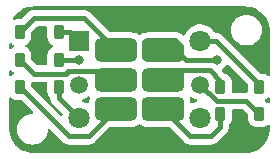
<source format=gbl>
G04 #@! TF.GenerationSoftware,KiCad,Pcbnew,7.0.7*
G04 #@! TF.CreationDate,2023-09-18T19:37:29-04:00*
G04 #@! TF.ProjectId,Nav Switch Mount,4e617620-5377-4697-9463-68204d6f756e,rev?*
G04 #@! TF.SameCoordinates,Original*
G04 #@! TF.FileFunction,Copper,L2,Bot*
G04 #@! TF.FilePolarity,Positive*
%FSLAX46Y46*%
G04 Gerber Fmt 4.6, Leading zero omitted, Abs format (unit mm)*
G04 Created by KiCad (PCBNEW 7.0.7) date 2023-09-18 19:37:29*
%MOMM*%
%LPD*%
G01*
G04 APERTURE LIST*
G04 Aperture macros list*
%AMRoundRect*
0 Rectangle with rounded corners*
0 $1 Rounding radius*
0 $2 $3 $4 $5 $6 $7 $8 $9 X,Y pos of 4 corners*
0 Add a 4 corners polygon primitive as box body*
4,1,4,$2,$3,$4,$5,$6,$7,$8,$9,$2,$3,0*
0 Add four circle primitives for the rounded corners*
1,1,$1+$1,$2,$3*
1,1,$1+$1,$4,$5*
1,1,$1+$1,$6,$7*
1,1,$1+$1,$8,$9*
0 Add four rect primitives between the rounded corners*
20,1,$1+$1,$2,$3,$4,$5,0*
20,1,$1+$1,$4,$5,$6,$7,0*
20,1,$1+$1,$6,$7,$8,$9,0*
20,1,$1+$1,$8,$9,$2,$3,0*%
%AMFreePoly0*
4,1,24,-1.800000,0.500000,-1.788573,0.606283,-1.738839,0.739624,-1.653553,0.853553,-1.539624,0.938839,-1.406283,0.988573,-1.300000,1.000000,1.300000,1.000000,1.406283,0.988573,1.539624,0.938839,1.653553,0.853553,1.738839,0.739624,1.788573,0.606283,1.800000,0.500000,1.800000,-0.500000,1.788573,-0.606283,1.738839,-0.739624,1.653553,-0.853553,1.539624,-0.938839,1.406283,-0.988573,
1.300000,-1.000000,-1.200000,-1.000000,-1.800000,-0.400000,-1.800000,0.500000,-1.800000,0.500000,$1*%
G04 Aperture macros list end*
G04 #@! TA.AperFunction,ComponentPad*
%ADD10R,1.800000X1.800000*%
G04 #@! TD*
G04 #@! TA.AperFunction,ComponentPad*
%ADD11C,1.508000*%
G04 #@! TD*
G04 #@! TA.AperFunction,ComponentPad*
%ADD12C,1.800000*%
G04 #@! TD*
G04 #@! TA.AperFunction,SMDPad,CuDef*
%ADD13RoundRect,0.500000X1.300000X0.500000X-1.300000X0.500000X-1.300000X-0.500000X1.300000X-0.500000X0*%
G04 #@! TD*
G04 #@! TA.AperFunction,SMDPad,CuDef*
%ADD14RoundRect,0.400000X1.400000X0.600000X-1.400000X0.600000X-1.400000X-0.600000X1.400000X-0.600000X0*%
G04 #@! TD*
G04 #@! TA.AperFunction,SMDPad,CuDef*
%ADD15FreePoly0,180.000000*%
G04 #@! TD*
G04 #@! TA.AperFunction,SMDPad,CuDef*
%ADD16RoundRect,0.225000X0.225000X0.375000X-0.225000X0.375000X-0.225000X-0.375000X0.225000X-0.375000X0*%
G04 #@! TD*
G04 #@! TA.AperFunction,ViaPad*
%ADD17C,0.800000*%
G04 #@! TD*
G04 #@! TA.AperFunction,Conductor*
%ADD18C,0.400000*%
G04 #@! TD*
G04 APERTURE END LIST*
D10*
X153900000Y-48725000D03*
D11*
X153900000Y-52425000D03*
D12*
X153900000Y-55225000D03*
X164200000Y-55225000D03*
D11*
X164200000Y-52425000D03*
D12*
X164200000Y-48725000D03*
D13*
X157050000Y-49500000D03*
X157050000Y-52000000D03*
X157050000Y-54500000D03*
D14*
X161050000Y-54500000D03*
D13*
X161050000Y-52000000D03*
D15*
X161050000Y-49500000D03*
D16*
X152200000Y-52600000D03*
X148900000Y-52600000D03*
X152200000Y-50300000D03*
X148900000Y-50300000D03*
X169200000Y-52600000D03*
X165900000Y-52600000D03*
X169200000Y-54900000D03*
X165900000Y-54900000D03*
X152200000Y-48000000D03*
X148900000Y-48000000D03*
D17*
X153900000Y-50300000D03*
X165600000Y-50300000D03*
D18*
X152200000Y-48000000D02*
X153175000Y-48000000D01*
X153175000Y-48000000D02*
X153900000Y-48725000D01*
X150100000Y-46800000D02*
X154350000Y-46800000D01*
X148900000Y-48000000D02*
X150100000Y-46800000D01*
X154350000Y-46800000D02*
X157050000Y-49500000D01*
X153900000Y-50300000D02*
X152200000Y-50300000D01*
X153029000Y-51271000D02*
X156321000Y-51271000D01*
X152800000Y-51500000D02*
X153029000Y-51271000D01*
X150100000Y-51500000D02*
X152800000Y-51500000D01*
X148900000Y-50300000D02*
X150100000Y-51500000D01*
X153900000Y-55225000D02*
X152200000Y-53525000D01*
X152200000Y-53525000D02*
X152200000Y-52600000D01*
X154750000Y-56800000D02*
X157050000Y-54500000D01*
X153100000Y-56800000D02*
X154750000Y-56800000D01*
X148900000Y-52600000D02*
X153100000Y-56800000D01*
X165575000Y-53800000D02*
X168100000Y-53800000D01*
X168100000Y-53800000D02*
X169200000Y-54900000D01*
X164200000Y-52425000D02*
X165575000Y-53800000D01*
X161050000Y-54500000D02*
X163350000Y-56800000D01*
X165900000Y-56000000D02*
X165900000Y-54900000D01*
X163350000Y-56800000D02*
X165100000Y-56800000D01*
X165100000Y-56800000D02*
X165900000Y-56000000D01*
X165525000Y-48725000D02*
X169200000Y-52400000D01*
X164200000Y-48725000D02*
X165525000Y-48725000D01*
X165021000Y-51221000D02*
X165900000Y-52100000D01*
X161829000Y-51221000D02*
X165021000Y-51221000D01*
X165900000Y-52100000D02*
X165900000Y-52600000D01*
X162950000Y-50300000D02*
X162400000Y-49750000D01*
X165600000Y-50300000D02*
X162950000Y-50300000D01*
G04 #@! TA.AperFunction,NonConductor*
G36*
X148205703Y-48932161D02*
G01*
X148212181Y-48938193D01*
X148221955Y-48947967D01*
X148221959Y-48947970D01*
X148366302Y-49037003D01*
X148367621Y-49037618D01*
X148368373Y-49038280D01*
X148372450Y-49040795D01*
X148372020Y-49041491D01*
X148420061Y-49083790D01*
X148439213Y-49150983D01*
X148418998Y-49217864D01*
X148372045Y-49258548D01*
X148372450Y-49259205D01*
X148368415Y-49261693D01*
X148367621Y-49262382D01*
X148366302Y-49262996D01*
X148221959Y-49352029D01*
X148221953Y-49352033D01*
X148212178Y-49361809D01*
X148150854Y-49395292D01*
X148081163Y-49390305D01*
X148025230Y-49348432D01*
X148000816Y-49282967D01*
X148000500Y-49274125D01*
X148000500Y-49025874D01*
X148020185Y-48958835D01*
X148072989Y-48913080D01*
X148142147Y-48903136D01*
X148205703Y-48932161D01*
G37*
G04 #@! TD.AperFunction*
G04 #@! TA.AperFunction,NonConductor*
G36*
X151192539Y-47520185D02*
G01*
X151238294Y-47572989D01*
X151249500Y-47624500D01*
X151249500Y-48423337D01*
X151249501Y-48423355D01*
X151259650Y-48522707D01*
X151259651Y-48522710D01*
X151312996Y-48683694D01*
X151313001Y-48683705D01*
X151402029Y-48828040D01*
X151402032Y-48828044D01*
X151521955Y-48947967D01*
X151521959Y-48947970D01*
X151666302Y-49037003D01*
X151667621Y-49037618D01*
X151668373Y-49038280D01*
X151672450Y-49040795D01*
X151672020Y-49041491D01*
X151720061Y-49083790D01*
X151739213Y-49150983D01*
X151718998Y-49217864D01*
X151672045Y-49258548D01*
X151672450Y-49259205D01*
X151668415Y-49261693D01*
X151667621Y-49262382D01*
X151666302Y-49262996D01*
X151521959Y-49352029D01*
X151521955Y-49352032D01*
X151402032Y-49471955D01*
X151402029Y-49471959D01*
X151313001Y-49616294D01*
X151312996Y-49616305D01*
X151259651Y-49777290D01*
X151249500Y-49876647D01*
X151249500Y-49876655D01*
X151249500Y-50296161D01*
X151249501Y-50675500D01*
X151229817Y-50742539D01*
X151177013Y-50788294D01*
X151125501Y-50799500D01*
X150441519Y-50799500D01*
X150374480Y-50779815D01*
X150353838Y-50763181D01*
X149886818Y-50296161D01*
X149853333Y-50234838D01*
X149850499Y-50208480D01*
X149850499Y-49876662D01*
X149850498Y-49876644D01*
X149840349Y-49777292D01*
X149840348Y-49777289D01*
X149787003Y-49616303D01*
X149786999Y-49616297D01*
X149786998Y-49616294D01*
X149697970Y-49471959D01*
X149697967Y-49471955D01*
X149578044Y-49352032D01*
X149578040Y-49352029D01*
X149433704Y-49263001D01*
X149433701Y-49263000D01*
X149433697Y-49262997D01*
X149433691Y-49262995D01*
X149432383Y-49262385D01*
X149431628Y-49261720D01*
X149427550Y-49259205D01*
X149427979Y-49258508D01*
X149379942Y-49216215D01*
X149360786Y-49149023D01*
X149380998Y-49082141D01*
X149427955Y-49041451D01*
X149427550Y-49040795D01*
X149431586Y-49038305D01*
X149432383Y-49037615D01*
X149433684Y-49037007D01*
X149433697Y-49037003D01*
X149578044Y-48947968D01*
X149697968Y-48828044D01*
X149787003Y-48683697D01*
X149840349Y-48522708D01*
X149850500Y-48423345D01*
X149850499Y-48091517D01*
X149870183Y-48024479D01*
X149886813Y-48003842D01*
X150353837Y-47536819D01*
X150415161Y-47503334D01*
X150441519Y-47500500D01*
X151125500Y-47500500D01*
X151192539Y-47520185D01*
G37*
G04 #@! TD.AperFunction*
G04 #@! TA.AperFunction,NonConductor*
G36*
X148205703Y-51232161D02*
G01*
X148212181Y-51238193D01*
X148221955Y-51247967D01*
X148221959Y-51247970D01*
X148366302Y-51337003D01*
X148367621Y-51337618D01*
X148368373Y-51338280D01*
X148372450Y-51340795D01*
X148372020Y-51341491D01*
X148420061Y-51383790D01*
X148439213Y-51450983D01*
X148418998Y-51517864D01*
X148372045Y-51558548D01*
X148372450Y-51559205D01*
X148368415Y-51561693D01*
X148367621Y-51562382D01*
X148366302Y-51562996D01*
X148221959Y-51652029D01*
X148221953Y-51652033D01*
X148212178Y-51661809D01*
X148150854Y-51695292D01*
X148081163Y-51690305D01*
X148025230Y-51648432D01*
X148000816Y-51582967D01*
X148000500Y-51574125D01*
X148000500Y-51325874D01*
X148020185Y-51258835D01*
X148072989Y-51213080D01*
X148142147Y-51203136D01*
X148205703Y-51232161D01*
G37*
G04 #@! TD.AperFunction*
G04 #@! TA.AperFunction,NonConductor*
G36*
X168002025Y-45800632D02*
G01*
X168269993Y-45818196D01*
X168278022Y-45819254D01*
X168539405Y-45871246D01*
X168547231Y-45873342D01*
X168799588Y-45959006D01*
X168807082Y-45962109D01*
X169046107Y-46079983D01*
X169053129Y-46084038D01*
X169274717Y-46232098D01*
X169281145Y-46237030D01*
X169481512Y-46412746D01*
X169487251Y-46418485D01*
X169662967Y-46618852D01*
X169667903Y-46625284D01*
X169722964Y-46707689D01*
X169815960Y-46846868D01*
X169820019Y-46853898D01*
X169937887Y-47092910D01*
X169940993Y-47100411D01*
X169956899Y-47147267D01*
X170017061Y-47324500D01*
X170026653Y-47352755D01*
X170028754Y-47360598D01*
X170080744Y-47621970D01*
X170081804Y-47630019D01*
X170096999Y-47861847D01*
X170099367Y-47897964D01*
X170099500Y-47902021D01*
X170099500Y-51574126D01*
X170079815Y-51641165D01*
X170027011Y-51686920D01*
X169957853Y-51696864D01*
X169894297Y-51667839D01*
X169887819Y-51661807D01*
X169878044Y-51652032D01*
X169878040Y-51652029D01*
X169733705Y-51563001D01*
X169733699Y-51562998D01*
X169733697Y-51562997D01*
X169641880Y-51532572D01*
X169572709Y-51509651D01*
X169473352Y-51499500D01*
X169473345Y-51499500D01*
X169341519Y-51499500D01*
X169274480Y-51479815D01*
X169253838Y-51463181D01*
X167667301Y-49876644D01*
X166036598Y-48245941D01*
X166034064Y-48243250D01*
X165992929Y-48196817D01*
X165992928Y-48196816D01*
X165992924Y-48196812D01*
X165941896Y-48161591D01*
X165938887Y-48159377D01*
X165890060Y-48121124D01*
X165890055Y-48121120D01*
X165880813Y-48116961D01*
X165861266Y-48105936D01*
X165852931Y-48100183D01*
X165852932Y-48100183D01*
X165852930Y-48100182D01*
X165794941Y-48078189D01*
X165791490Y-48076759D01*
X165734930Y-48051304D01*
X165724946Y-48049474D01*
X165703343Y-48043451D01*
X165693874Y-48039860D01*
X165693870Y-48039859D01*
X165632313Y-48032384D01*
X165628612Y-48031821D01*
X165567608Y-48020642D01*
X165567603Y-48020642D01*
X165505697Y-48024387D01*
X165501952Y-48024500D01*
X165482351Y-48024500D01*
X165415312Y-48004815D01*
X165378542Y-47968321D01*
X165308983Y-47861852D01*
X165308980Y-47861849D01*
X165308979Y-47861847D01*
X165252046Y-47800001D01*
X166794532Y-47800001D01*
X166813835Y-48020642D01*
X166814365Y-48026692D01*
X166824666Y-48065136D01*
X166873258Y-48246488D01*
X166873261Y-48246497D01*
X166969431Y-48452732D01*
X166969432Y-48452734D01*
X167099954Y-48639141D01*
X167260858Y-48800045D01*
X167300845Y-48828044D01*
X167447266Y-48930568D01*
X167653504Y-49026739D01*
X167873308Y-49085635D01*
X168043216Y-49100500D01*
X168156784Y-49100500D01*
X168326692Y-49085635D01*
X168546496Y-49026739D01*
X168752734Y-48930568D01*
X168939139Y-48800047D01*
X169100047Y-48639139D01*
X169230568Y-48452734D01*
X169326739Y-48246496D01*
X169385635Y-48026692D01*
X169405468Y-47800000D01*
X169385635Y-47573308D01*
X169326739Y-47353504D01*
X169230568Y-47147266D01*
X169100047Y-46960861D01*
X169100045Y-46960858D01*
X168939141Y-46799954D01*
X168752734Y-46669432D01*
X168752732Y-46669431D01*
X168546497Y-46573261D01*
X168546488Y-46573258D01*
X168326697Y-46514366D01*
X168326687Y-46514364D01*
X168156784Y-46499500D01*
X168043216Y-46499500D01*
X167873312Y-46514364D01*
X167873302Y-46514366D01*
X167653511Y-46573258D01*
X167653502Y-46573261D01*
X167447267Y-46669431D01*
X167447265Y-46669432D01*
X167260858Y-46799954D01*
X167099954Y-46960858D01*
X166969432Y-47147265D01*
X166969431Y-47147267D01*
X166873261Y-47353502D01*
X166873258Y-47353511D01*
X166814366Y-47573302D01*
X166814364Y-47573313D01*
X166794532Y-47799998D01*
X166794532Y-47800001D01*
X165252046Y-47800001D01*
X165151784Y-47691087D01*
X165151779Y-47691083D01*
X165151777Y-47691081D01*
X164968634Y-47548535D01*
X164968628Y-47548531D01*
X164764504Y-47438064D01*
X164764495Y-47438061D01*
X164544984Y-47362702D01*
X164373282Y-47334050D01*
X164316049Y-47324500D01*
X164083951Y-47324500D01*
X164038164Y-47332140D01*
X163855015Y-47362702D01*
X163635504Y-47438061D01*
X163635495Y-47438064D01*
X163431371Y-47548531D01*
X163431365Y-47548535D01*
X163248222Y-47691081D01*
X163248219Y-47691084D01*
X163091016Y-47861852D01*
X162964076Y-48056149D01*
X162899741Y-48202819D01*
X162854785Y-48256304D01*
X162788048Y-48276994D01*
X162720721Y-48258319D01*
X162698504Y-48240689D01*
X162574932Y-48117117D01*
X162574922Y-48117108D01*
X162508017Y-48065136D01*
X162427586Y-48031821D01*
X162375050Y-48010060D01*
X162290977Y-47999500D01*
X159691964Y-47999501D01*
X159662727Y-48002100D01*
X159572584Y-48010113D01*
X159376954Y-48066089D01*
X159196591Y-48160303D01*
X159128360Y-48215938D01*
X159063964Y-48243046D01*
X158995134Y-48231036D01*
X158971640Y-48215938D01*
X158903408Y-48160303D01*
X158903407Y-48160302D01*
X158723049Y-48066091D01*
X158723048Y-48066090D01*
X158723045Y-48066089D01*
X158585366Y-48026695D01*
X158527418Y-48010114D01*
X158527415Y-48010113D01*
X158527413Y-48010113D01*
X158436983Y-48002073D01*
X158408037Y-47999500D01*
X158408035Y-47999500D01*
X156591519Y-47999500D01*
X156524480Y-47979815D01*
X156503838Y-47963181D01*
X155687922Y-47147265D01*
X154861598Y-46320941D01*
X154859064Y-46318250D01*
X154817929Y-46271817D01*
X154817928Y-46271816D01*
X154817924Y-46271812D01*
X154766896Y-46236591D01*
X154763887Y-46234377D01*
X154715060Y-46196124D01*
X154715055Y-46196120D01*
X154705813Y-46191961D01*
X154686266Y-46180936D01*
X154677931Y-46175183D01*
X154677932Y-46175183D01*
X154677930Y-46175182D01*
X154619941Y-46153189D01*
X154616490Y-46151759D01*
X154559930Y-46126304D01*
X154549946Y-46124474D01*
X154528343Y-46118451D01*
X154518874Y-46114860D01*
X154518870Y-46114859D01*
X154457313Y-46107384D01*
X154453612Y-46106821D01*
X154392608Y-46095642D01*
X154392603Y-46095642D01*
X154330697Y-46099387D01*
X154326952Y-46099500D01*
X150123037Y-46099500D01*
X150119293Y-46099387D01*
X150057397Y-46095643D01*
X150057390Y-46095643D01*
X149996402Y-46106819D01*
X149992701Y-46107382D01*
X149931125Y-46114860D01*
X149921642Y-46118456D01*
X149900038Y-46124478D01*
X149898535Y-46124754D01*
X149890065Y-46126306D01*
X149890063Y-46126307D01*
X149833527Y-46151752D01*
X149830069Y-46153184D01*
X149772069Y-46175182D01*
X149763724Y-46180942D01*
X149744183Y-46191964D01*
X149734944Y-46196122D01*
X149734939Y-46196125D01*
X149686121Y-46234370D01*
X149683106Y-46236589D01*
X149632072Y-46271816D01*
X149632065Y-46271822D01*
X149590942Y-46318240D01*
X149588375Y-46320966D01*
X149046160Y-46863181D01*
X148984837Y-46896666D01*
X148958479Y-46899500D01*
X148626663Y-46899500D01*
X148626644Y-46899501D01*
X148527292Y-46909650D01*
X148527287Y-46909651D01*
X148503635Y-46917489D01*
X148433806Y-46919889D01*
X148373766Y-46884156D01*
X148342575Y-46821634D01*
X148350137Y-46752175D01*
X148361527Y-46730898D01*
X148432103Y-46625274D01*
X148437024Y-46618861D01*
X148612755Y-46418477D01*
X148618477Y-46412755D01*
X148818861Y-46237024D01*
X148825274Y-46232103D01*
X149046876Y-46084034D01*
X149053886Y-46079986D01*
X149292922Y-45962106D01*
X149300405Y-45959008D01*
X149552772Y-45873341D01*
X149560590Y-45871247D01*
X149821979Y-45819253D01*
X149830004Y-45818196D01*
X150097974Y-45800632D01*
X150102023Y-45800500D01*
X150126929Y-45800500D01*
X167973071Y-45800500D01*
X167997977Y-45800500D01*
X168002025Y-45800632D01*
G37*
G04 #@! TD.AperFunction*
G04 #@! TA.AperFunction,NonConductor*
G36*
X166548881Y-50740778D02*
G01*
X166559912Y-50750569D01*
X168213181Y-52403838D01*
X168246666Y-52465161D01*
X168249500Y-52491519D01*
X168249500Y-52972449D01*
X168229815Y-53039488D01*
X168177011Y-53085243D01*
X168132990Y-53096223D01*
X168080698Y-53099387D01*
X168076953Y-53099500D01*
X166974500Y-53099500D01*
X166907461Y-53079815D01*
X166861706Y-53027011D01*
X166850500Y-52975500D01*
X166850499Y-52176662D01*
X166850498Y-52176644D01*
X166840349Y-52077292D01*
X166840348Y-52077289D01*
X166787003Y-51916303D01*
X166786999Y-51916297D01*
X166786998Y-51916294D01*
X166697970Y-51771959D01*
X166697967Y-51771955D01*
X166578044Y-51652032D01*
X166578040Y-51652029D01*
X166433705Y-51563001D01*
X166433699Y-51562998D01*
X166433697Y-51562997D01*
X166341880Y-51532572D01*
X166293204Y-51502547D01*
X166052340Y-51261683D01*
X166018855Y-51200360D01*
X166023839Y-51130668D01*
X166065711Y-51074735D01*
X166067093Y-51073715D01*
X166205871Y-50972888D01*
X166332533Y-50832216D01*
X166364844Y-50776250D01*
X166415409Y-50728035D01*
X166484016Y-50714811D01*
X166548881Y-50740778D01*
G37*
G04 #@! TD.AperFunction*
G04 #@! TA.AperFunction,NonConductor*
G36*
X170018834Y-53509692D02*
G01*
X170074767Y-53551564D01*
X170099184Y-53617028D01*
X170099500Y-53625874D01*
X170099500Y-53874125D01*
X170079815Y-53941164D01*
X170027011Y-53986919D01*
X169957853Y-53996863D01*
X169894297Y-53967838D01*
X169887822Y-53961809D01*
X169878046Y-53952033D01*
X169878040Y-53952029D01*
X169733704Y-53863001D01*
X169733701Y-53863000D01*
X169733697Y-53862997D01*
X169733691Y-53862995D01*
X169732383Y-53862385D01*
X169731628Y-53861720D01*
X169727550Y-53859205D01*
X169727979Y-53858508D01*
X169679942Y-53816215D01*
X169660786Y-53749023D01*
X169680998Y-53682141D01*
X169727955Y-53641451D01*
X169727550Y-53640795D01*
X169731586Y-53638305D01*
X169732383Y-53637615D01*
X169733684Y-53637007D01*
X169733697Y-53637003D01*
X169878044Y-53547968D01*
X169887819Y-53538192D01*
X169949142Y-53504708D01*
X170018834Y-53509692D01*
G37*
G04 #@! TD.AperFunction*
G04 #@! TA.AperFunction,NonConductor*
G36*
X154790607Y-53421344D02*
G01*
X154838420Y-53472292D01*
X154851098Y-53541002D01*
X154837666Y-53585647D01*
X154816090Y-53626952D01*
X154789414Y-53720183D01*
X154768021Y-53794950D01*
X154760114Y-53822583D01*
X154760113Y-53822586D01*
X154753446Y-53897578D01*
X154727901Y-53962610D01*
X154671253Y-54003509D01*
X154601485Y-54007289D01*
X154570916Y-53995651D01*
X154464509Y-53938067D01*
X154464506Y-53938066D01*
X154464503Y-53938064D01*
X154464497Y-53938062D01*
X154464495Y-53938061D01*
X154250676Y-53864656D01*
X154193661Y-53824270D01*
X154167530Y-53759471D01*
X154180582Y-53690831D01*
X154228670Y-53640143D01*
X154258836Y-53627603D01*
X154330703Y-53608347D01*
X154529646Y-53515579D01*
X154656635Y-53426660D01*
X154722839Y-53404334D01*
X154790607Y-53421344D01*
G37*
G04 #@! TD.AperFunction*
G04 #@! TA.AperFunction,NonConductor*
G36*
X163474164Y-53450127D02*
G01*
X163491101Y-53460085D01*
X163570354Y-53515579D01*
X163677674Y-53565623D01*
X163769292Y-53608345D01*
X163769293Y-53608345D01*
X163769297Y-53608347D01*
X163841156Y-53627601D01*
X163900814Y-53663965D01*
X163931343Y-53726812D01*
X163923048Y-53796187D01*
X163878563Y-53850065D01*
X163849323Y-53864656D01*
X163635504Y-53938061D01*
X163635490Y-53938067D01*
X163533516Y-53993253D01*
X163465188Y-54007848D01*
X163399816Y-53983185D01*
X163358155Y-53927095D01*
X163350499Y-53884198D01*
X163350499Y-53836979D01*
X163344312Y-53758356D01*
X163344312Y-53758355D01*
X163300208Y-53593754D01*
X163301871Y-53523908D01*
X163341034Y-53466045D01*
X163405262Y-53438541D01*
X163474164Y-53450127D01*
G37*
G04 #@! TD.AperFunction*
G04 #@! TA.AperFunction,NonConductor*
G36*
X149990436Y-52192341D02*
G01*
X149992744Y-52192623D01*
X149996411Y-52193182D01*
X150028800Y-52199117D01*
X150057394Y-52204357D01*
X150057395Y-52204356D01*
X150057396Y-52204357D01*
X150119293Y-52200613D01*
X150123037Y-52200500D01*
X151125500Y-52200500D01*
X151192539Y-52220185D01*
X151238294Y-52272989D01*
X151249500Y-52324500D01*
X151249500Y-53023337D01*
X151249501Y-53023355D01*
X151259650Y-53122707D01*
X151259651Y-53122710D01*
X151312996Y-53283694D01*
X151313001Y-53283705D01*
X151402029Y-53428040D01*
X151402032Y-53428044D01*
X151459429Y-53485441D01*
X151492914Y-53546764D01*
X151495521Y-53565623D01*
X151495640Y-53567600D01*
X151506821Y-53628612D01*
X151507384Y-53632313D01*
X151514859Y-53693870D01*
X151514860Y-53693874D01*
X151518451Y-53703343D01*
X151524474Y-53724946D01*
X151526304Y-53734930D01*
X151551759Y-53791490D01*
X151553189Y-53794941D01*
X151575182Y-53852930D01*
X151575183Y-53852931D01*
X151580936Y-53861266D01*
X151591961Y-53880813D01*
X151596120Y-53890055D01*
X151596122Y-53890057D01*
X151633735Y-53938067D01*
X151634371Y-53938878D01*
X151636591Y-53941896D01*
X151671812Y-53992924D01*
X151671816Y-53992928D01*
X151671817Y-53992929D01*
X151718250Y-54034064D01*
X151720941Y-54036598D01*
X152184843Y-54500500D01*
X152497218Y-54812875D01*
X152530703Y-54874198D01*
X152529743Y-54930996D01*
X152521062Y-54965277D01*
X152485523Y-55025433D01*
X152423102Y-55056825D01*
X152353619Y-55049487D01*
X152313175Y-55022518D01*
X149886818Y-52596161D01*
X149853333Y-52534838D01*
X149850499Y-52508480D01*
X149850499Y-52315316D01*
X149870184Y-52248277D01*
X149922988Y-52202522D01*
X149989515Y-52192229D01*
X149990436Y-52192341D01*
G37*
G04 #@! TD.AperFunction*
G04 #@! TA.AperFunction,NonConductor*
G36*
X148205703Y-53532161D02*
G01*
X148212181Y-53538193D01*
X148221955Y-53547967D01*
X148221959Y-53547970D01*
X148366294Y-53636998D01*
X148366297Y-53636999D01*
X148366303Y-53637003D01*
X148527292Y-53690349D01*
X148626655Y-53700500D01*
X148958480Y-53700499D01*
X149025519Y-53720183D01*
X149046161Y-53736818D01*
X149999440Y-54690097D01*
X150032925Y-54751420D01*
X150027941Y-54821112D01*
X149986069Y-54877045D01*
X149922567Y-54901306D01*
X149773312Y-54914364D01*
X149773302Y-54914366D01*
X149553511Y-54973258D01*
X149553502Y-54973261D01*
X149347267Y-55069431D01*
X149347265Y-55069432D01*
X149160858Y-55199954D01*
X148999954Y-55360858D01*
X148869432Y-55547265D01*
X148869431Y-55547267D01*
X148773261Y-55753502D01*
X148773258Y-55753511D01*
X148714366Y-55973302D01*
X148714364Y-55973313D01*
X148694532Y-56199998D01*
X148694532Y-56200001D01*
X148714364Y-56426686D01*
X148714366Y-56426697D01*
X148773258Y-56646488D01*
X148773261Y-56646497D01*
X148869431Y-56852732D01*
X148869432Y-56852734D01*
X148999954Y-57039141D01*
X149160858Y-57200045D01*
X149160861Y-57200047D01*
X149347266Y-57330568D01*
X149553504Y-57426739D01*
X149773308Y-57485635D01*
X149943216Y-57500500D01*
X150056784Y-57500500D01*
X150226692Y-57485635D01*
X150446496Y-57426739D01*
X150652734Y-57330568D01*
X150839139Y-57200047D01*
X151000047Y-57039139D01*
X151130568Y-56852734D01*
X151226739Y-56646496D01*
X151285635Y-56426692D01*
X151298693Y-56277431D01*
X151324145Y-56212364D01*
X151380736Y-56171385D01*
X151450498Y-56167507D01*
X151509902Y-56200559D01*
X152588399Y-57279056D01*
X152590935Y-57281750D01*
X152632071Y-57328183D01*
X152683106Y-57363410D01*
X152686122Y-57365630D01*
X152712490Y-57386287D01*
X152734943Y-57403878D01*
X152741845Y-57406984D01*
X152744182Y-57408036D01*
X152763731Y-57419062D01*
X152772070Y-57424818D01*
X152830065Y-57446812D01*
X152833474Y-57448223D01*
X152880787Y-57469517D01*
X152890064Y-57473693D01*
X152890065Y-57473693D01*
X152890069Y-57473695D01*
X152900023Y-57475519D01*
X152900034Y-57475521D01*
X152921656Y-57481548D01*
X152921667Y-57481552D01*
X152931128Y-57485140D01*
X152976251Y-57490618D01*
X152992674Y-57492613D01*
X152996371Y-57493175D01*
X153057394Y-57504358D01*
X153112752Y-57501009D01*
X153119303Y-57500613D01*
X153123048Y-57500500D01*
X154726952Y-57500500D01*
X154730697Y-57500613D01*
X154738042Y-57501057D01*
X154792606Y-57504358D01*
X154830314Y-57497447D01*
X154853621Y-57493177D01*
X154857325Y-57492613D01*
X154875170Y-57490446D01*
X154918872Y-57485140D01*
X154928335Y-57481550D01*
X154949961Y-57475522D01*
X154950893Y-57475351D01*
X154959932Y-57473695D01*
X155016512Y-57448229D01*
X155019948Y-57446807D01*
X155077930Y-57424818D01*
X155086266Y-57419062D01*
X155105821Y-57408034D01*
X155115057Y-57403878D01*
X155163896Y-57365613D01*
X155166876Y-57363421D01*
X155217929Y-57328183D01*
X155259065Y-57281748D01*
X155261599Y-57279056D01*
X156503837Y-56036818D01*
X156565161Y-56003333D01*
X156591519Y-56000499D01*
X158408033Y-56000499D01*
X158408036Y-56000499D01*
X158527418Y-55989886D01*
X158723049Y-55933909D01*
X158903407Y-55839698D01*
X158939487Y-55810277D01*
X159003881Y-55783168D01*
X159072711Y-55795176D01*
X159095884Y-55810013D01*
X159142755Y-55847968D01*
X159156851Y-55859383D01*
X159325512Y-55945320D01*
X159508355Y-55994312D01*
X159539804Y-55996787D01*
X159586976Y-56000500D01*
X159586978Y-56000499D01*
X159586979Y-56000500D01*
X161508480Y-56000499D01*
X161575519Y-56020184D01*
X161596161Y-56036818D01*
X162838399Y-57279056D01*
X162840935Y-57281750D01*
X162882069Y-57328181D01*
X162882073Y-57328185D01*
X162909021Y-57346786D01*
X162933117Y-57363417D01*
X162936107Y-57365617D01*
X162984943Y-57403878D01*
X162994171Y-57408031D01*
X162994180Y-57408035D01*
X163013726Y-57419058D01*
X163022070Y-57424818D01*
X163080044Y-57446804D01*
X163080052Y-57446807D01*
X163083514Y-57448241D01*
X163140068Y-57473694D01*
X163150030Y-57475519D01*
X163171651Y-57481546D01*
X163171667Y-57481552D01*
X163181128Y-57485140D01*
X163197871Y-57487173D01*
X163242689Y-57492615D01*
X163246386Y-57493177D01*
X163307394Y-57504357D01*
X163307395Y-57504356D01*
X163307396Y-57504357D01*
X163369293Y-57500613D01*
X163373037Y-57500500D01*
X165076952Y-57500500D01*
X165080697Y-57500613D01*
X165088042Y-57501057D01*
X165142606Y-57504358D01*
X165180314Y-57497447D01*
X165203621Y-57493177D01*
X165207325Y-57492613D01*
X165225170Y-57490446D01*
X165268872Y-57485140D01*
X165278335Y-57481550D01*
X165299961Y-57475522D01*
X165300893Y-57475351D01*
X165309932Y-57473695D01*
X165366512Y-57448229D01*
X165369948Y-57446807D01*
X165427930Y-57424818D01*
X165436266Y-57419062D01*
X165455821Y-57408034D01*
X165465057Y-57403878D01*
X165513896Y-57365613D01*
X165516876Y-57363421D01*
X165567929Y-57328183D01*
X165609065Y-57281748D01*
X165611599Y-57279056D01*
X166379056Y-56511599D01*
X166381748Y-56509065D01*
X166428183Y-56467929D01*
X166463417Y-56416883D01*
X166465620Y-56413887D01*
X166503878Y-56365056D01*
X166508037Y-56355813D01*
X166519061Y-56336268D01*
X166524818Y-56327930D01*
X166546810Y-56269939D01*
X166548232Y-56266503D01*
X166573695Y-56209931D01*
X166575522Y-56199959D01*
X166581546Y-56178347D01*
X166585140Y-56168872D01*
X166592613Y-56107324D01*
X166593177Y-56103619D01*
X166598775Y-56073071D01*
X166604358Y-56042606D01*
X166600613Y-55980696D01*
X166600500Y-55976951D01*
X166600500Y-55876874D01*
X166620185Y-55809835D01*
X166636819Y-55789192D01*
X166642843Y-55783168D01*
X166697968Y-55728044D01*
X166787003Y-55583697D01*
X166840349Y-55422708D01*
X166850500Y-55323345D01*
X166850499Y-54624499D01*
X166870183Y-54557461D01*
X166922987Y-54511706D01*
X166974499Y-54500500D01*
X167758481Y-54500500D01*
X167825520Y-54520185D01*
X167846162Y-54536819D01*
X168213181Y-54903838D01*
X168246666Y-54965161D01*
X168249500Y-54991519D01*
X168249500Y-55323336D01*
X168249501Y-55323355D01*
X168259650Y-55422707D01*
X168259651Y-55422710D01*
X168312996Y-55583694D01*
X168313001Y-55583705D01*
X168402029Y-55728040D01*
X168402032Y-55728044D01*
X168521955Y-55847967D01*
X168521959Y-55847970D01*
X168666294Y-55936998D01*
X168666297Y-55936999D01*
X168666303Y-55937003D01*
X168827292Y-55990349D01*
X168926655Y-56000500D01*
X169473344Y-56000499D01*
X169473352Y-56000498D01*
X169473355Y-56000498D01*
X169533912Y-55994312D01*
X169572708Y-55990349D01*
X169733697Y-55937003D01*
X169878044Y-55847968D01*
X169887818Y-55838193D01*
X169949138Y-55804708D01*
X170018830Y-55809690D01*
X170074765Y-55851559D01*
X170099184Y-55917023D01*
X170099500Y-55925873D01*
X170099500Y-56097977D01*
X170099367Y-56102024D01*
X170092909Y-56200559D01*
X170081804Y-56369980D01*
X170080744Y-56378029D01*
X170028754Y-56639401D01*
X170026653Y-56647244D01*
X169940993Y-56899588D01*
X169937887Y-56907089D01*
X169820019Y-57146101D01*
X169815960Y-57153131D01*
X169667905Y-57374712D01*
X169662963Y-57381153D01*
X169487253Y-57581512D01*
X169481512Y-57587253D01*
X169281153Y-57762963D01*
X169274712Y-57767905D01*
X169053131Y-57915960D01*
X169046101Y-57920019D01*
X168807089Y-58037887D01*
X168799588Y-58040993D01*
X168547244Y-58126653D01*
X168539401Y-58128754D01*
X168278029Y-58180744D01*
X168269980Y-58181804D01*
X168199684Y-58186411D01*
X168002024Y-58199367D01*
X167997977Y-58199500D01*
X150102023Y-58199500D01*
X150097975Y-58199367D01*
X149864991Y-58184096D01*
X149830019Y-58181804D01*
X149821970Y-58180744D01*
X149560598Y-58128754D01*
X149552758Y-58126653D01*
X149392705Y-58072323D01*
X149300411Y-58040993D01*
X149292910Y-58037887D01*
X149053898Y-57920019D01*
X149046868Y-57915960D01*
X148825287Y-57767905D01*
X148818852Y-57762967D01*
X148618485Y-57587251D01*
X148612746Y-57581512D01*
X148545083Y-57504357D01*
X148437030Y-57381145D01*
X148432098Y-57374717D01*
X148284038Y-57153129D01*
X148279983Y-57146107D01*
X148162109Y-56907082D01*
X148159006Y-56899588D01*
X148143101Y-56852734D01*
X148073342Y-56647231D01*
X148071245Y-56639401D01*
X148045827Y-56511616D01*
X148019254Y-56378022D01*
X148018196Y-56369993D01*
X148000632Y-56102025D01*
X148000500Y-56097977D01*
X148000500Y-53625874D01*
X148020185Y-53558835D01*
X148072989Y-53513080D01*
X148142147Y-53503136D01*
X148205703Y-53532161D01*
G37*
G04 #@! TD.AperFunction*
M02*

</source>
